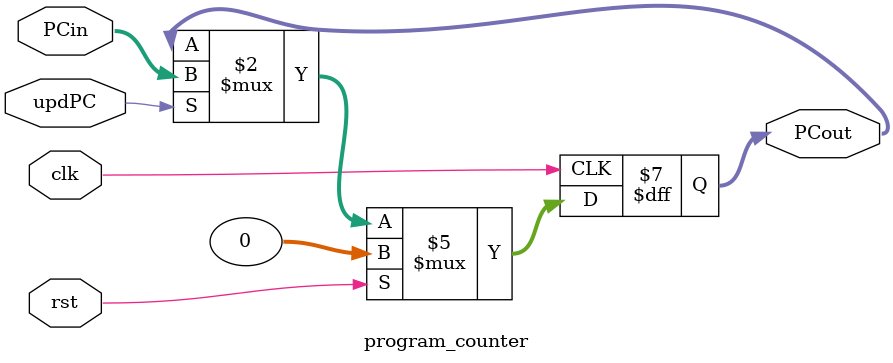
<source format=v>
module program_counter(
    input rst,clk,updPC,
    input [31:0] PCin,
    output reg [31:0] PCout
);
    // initial begin 
    //     PCout <= 0; 
    // end

    always @(posedge clk)
    begin
        if(rst) begin
            PCout <= 0;
        end
        else if (updPC) begin
            $display("UPDATING PC to %d", PCin);
            PCout <= PCin;
        end
    end

endmodule
</source>
